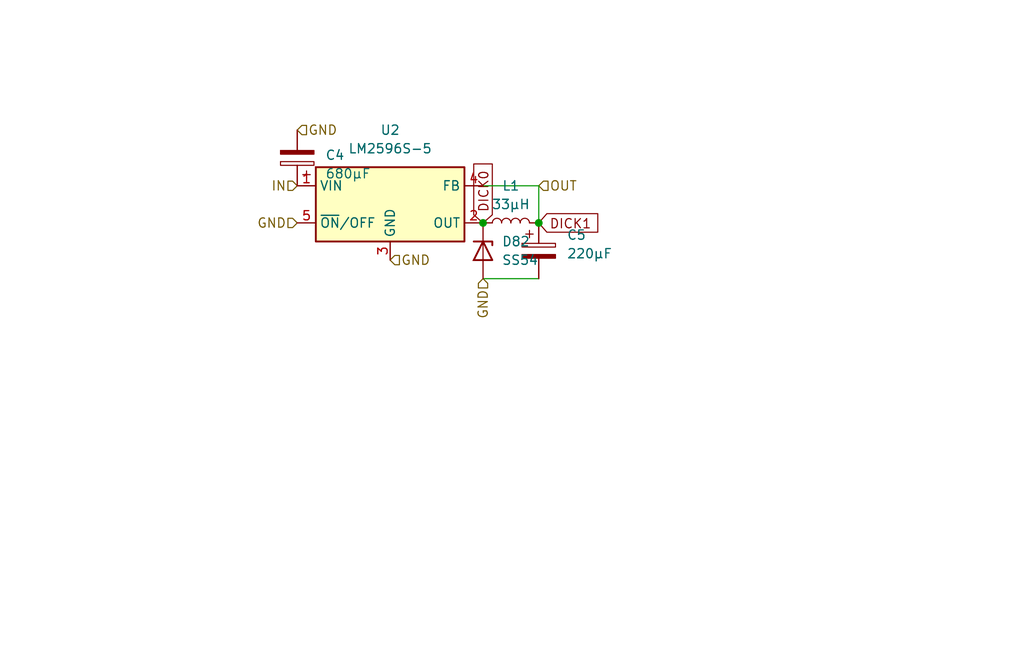
<source format=kicad_sch>
(kicad_sch (version 20230620) (generator eeschema)
  (paper "User" 140.005 89.9922)
  (lib_symbols
    (symbol "Device:C_Polarized" (pin_numbers hide) (pin_names (offset 0.254))
      (property "Reference" "C" (at 0.635 2.54 0))
      (property "Value" "C_Polarized" (at 0.635 -2.54 0))
      (symbol "C_Polarized_0_1"
        (rectangle (start -2.286 0.508) (end 2.286 1.016))
        (polyline (pts (xy -1.778 2.286) (xy -0.762 2.286)))
        (polyline (pts (xy -1.27 2.794) (xy -1.27 1.778)))
        (rectangle (start 2.286 -0.508) (end -2.286 -1.016) (fill (type outline)))
      )
      (symbol "C_Polarized_1_1"
        (pin passive line (at 0 3.81 270) (length 2.794) (name "~") (number "1"))
        (pin passive line (at 0 -3.81 90) (length 2.794) (name "~") (number "2"))
      )
    )
    (symbol "Device:D_Zener" (pin_numbers hide) (pin_names (offset 1.016) hide)
      (property "Reference" "D" (at 0 2.54 0))
      (property "Value" "D_Zener" (at 0 -2.54 0))
      (symbol "D_Zener_0_1"
        (polyline (pts (xy 1.27 0) (xy -1.27 0)))
        (polyline (pts (xy -1.27 -1.27) (xy -1.27 1.27) (xy -0.762 1.27)) (stroke (width 0.254)))
        (polyline (pts (xy 1.27 -1.27) (xy 1.27 1.27) (xy -1.27 0) (xy 1.27 -1.27)) (stroke (width 0.254)))
      )
      (symbol "D_Zener_1_1"
        (pin passive line (at -3.81 0 0) (length 2.54) (name "K") (number "1"))
        (pin passive line (at 3.81 0 180) (length 2.54) (name "A") (number "2"))
      )
    )
    (symbol "Device:L" (pin_numbers hide) (pin_names (offset 1.016) hide)
      (property "Reference" "L" (at -1.27 0 90))
      (property "Value" "L" (at 1.905 0 90))
      (symbol "L_0_1"
        (arc (start 0 -2.54) (mid 0.6323 -1.905) (end 0 -1.27))
        (arc (start 0 -1.27) (mid 0.6323 -0.635) (end 0 0))
        (arc (start 0 0) (mid 0.6323 0.635) (end 0 1.27))
        (arc (start 0 1.27) (mid 0.6323 1.905) (end 0 2.54))
      )
      (symbol "L_1_1"
        (pin passive line (at 0 3.81 270) (length 1.27) (name "1") (number "1"))
        (pin passive line (at 0 -3.81 90) (length 1.27) (name "2") (number "2"))
      )
    )
    (symbol "Regulator_Switching:LM2596S-5"
      (property "Reference" "U" (at -10.16 6.35 0))
      (property "Value" "LM2596S-5" (at 0 6.35 0))
      (symbol "LM2596S-5_0_1"
        (rectangle (start -10.16 5.08) (end 10.16 -5.08) (stroke (width 0.254)) (fill (type background)))
      )
      (symbol "LM2596S-5_1_1"
        (pin power_in line (at -12.7 2.54 0) (length 2.54) (name "VIN") (number "1"))
        (pin output line (at 12.7 -2.54 180) (length 2.54) (name "OUT") (number "2"))
        (pin power_in line (at 0 -7.62 90) (length 2.54) (name "GND") (number "3"))
        (pin input line (at 12.7 2.54 180) (length 2.54) (name "FB") (number "4"))
        (pin input line (at -12.7 -2.54 0) (length 2.54) (name "~{ON}/OFF") (number "5"))
      )
    )
  )
  (junction (at 66.04 30.48))
  (junction (at 73.66 30.48))
  (wire (pts (xy 73.66 25.4) (xy 73.66 30.48)))
  (wire (pts (xy 66.04 38.1) (xy 73.66 38.1)))
  (wire (pts (xy 66.04 25.4) (xy 73.66 25.4)))
  (global_label "DICK0" (shape input) (at 66.04 30.48 90) (property "Intersheetrefs" "${INTERSHEET_REFS}" (effects hide)))
  (global_label "DICK1" (shape input) (at 73.66 30.48 0) (property "Intersheetrefs" "${INTERSHEET_REFS}" (effects hide)))
  (hierarchical_label "GND" (shape input) (at 40.64 17.78 0))
  (hierarchical_label "GND" (shape input) (at 53.34 35.56 0))
  (hierarchical_label "IN" (shape input) (at 40.64 25.4 180))
  (hierarchical_label "GND" (shape input) (at 66.04 38.1 270))
  (hierarchical_label "OUT" (shape input) (at 73.66 25.4 0))
  (hierarchical_label "GND" (shape input) (at 40.64 30.48 180))
  (symbol (lib_id "Device:C_Polarized") (at 73.66 34.29 0) (unit 1)
    (property "Reference" "C5" (at 77.47 32.131 0) (effects (justify left)))
    (property "Value" "220µF" (at 77.47 34.671 0) (effects (justify left)))
    (property "Footprint" "Capacitor_SMD:CP_Elec_10x10" (effects hide))
    (property "Description" "Polarized capacitor" (effects hide))
  )
  (symbol (lib_id "Device:D_Zener") (at 66.04 34.29 270) (unit 1)
    (property "Reference" "D82" (at 68.58 33.02 90) (effects (justify left)))
    (property "Value" "SS54" (at 68.58 35.56 90) (effects (justify left)))
    (property "Footprint" "Diode_SMD:D_SMA" (effects hide))
    (property "Description" "Zener diode" (effects hide))
  )
  (symbol (lib_id "Device:L") (at 69.85 30.48 90) (unit 1)
    (property "Reference" "L1" (at 69.85 25.4 90))
    (property "Value" "33µH" (at 69.85 27.94 90))
    (property "Footprint" "Inductor_SMD:L_10.4x10.4_H4.8" (effects hide))
    (property "Description" "Inductor" (effects hide))
  )
  (symbol (lib_id "Device:C_Polarized") (at 40.64 21.59 180) (unit 1)
    (property "Reference" "C4" (at 44.45 21.209 0) (effects (justify right)))
    (property "Value" "680µF" (at 44.45 23.749 0) (effects (justify right)))
    (property "Footprint" "Capacitor_SMD:CP_Elec_10x10" (effects hide))
    (property "Description" "Polarized capacitor" (effects hide))
  )
  (symbol (lib_id "Regulator_Switching:LM2596S-5") (at 53.34 27.94 0) (unit 1)
    (property "Reference" "U2" (at 53.34 17.78 0))
    (property "Value" "LM2596S-5" (at 53.34 20.32 0))
    (property "Footprint" "Package_TO_SOT_SMD:TO-263-5_TabPin3" (effects hide))
    (property "Datasheet" "http://www.ti.com/lit/ds/symlink/lm2596.pdf" (effects hide))
    (property "Description" "5V 3A Step-Down Voltage Regulator, TO-263" (effects hide))
  )
)
</source>
